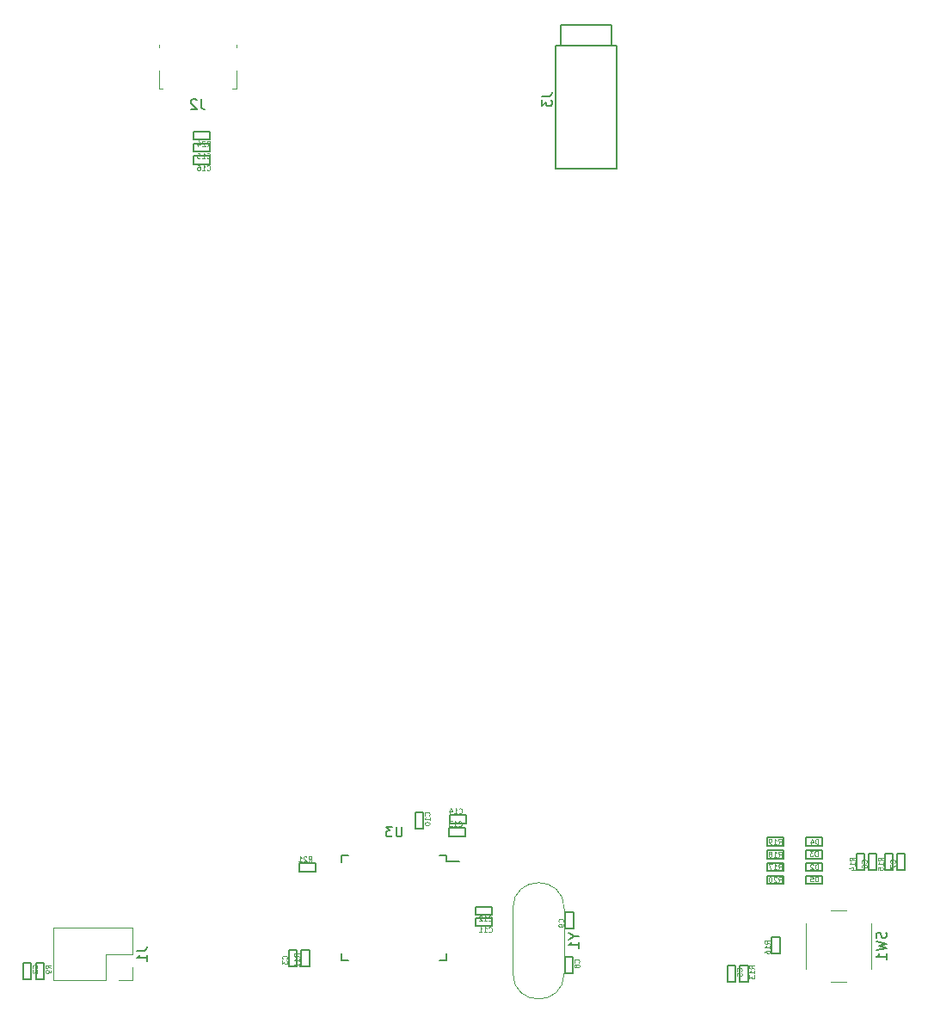
<source format=gbr>
G04 #@! TF.GenerationSoftware,KiCad,Pcbnew,(5.0.2)-1*
G04 #@! TF.CreationDate,2020-04-01T00:19:12+09:00*
G04 #@! TF.ProjectId,eckeyboard,65636b65-7962-46f6-9172-642e6b696361,rev?*
G04 #@! TF.SameCoordinates,Original*
G04 #@! TF.FileFunction,Legend,Bot*
G04 #@! TF.FilePolarity,Positive*
%FSLAX46Y46*%
G04 Gerber Fmt 4.6, Leading zero omitted, Abs format (unit mm)*
G04 Created by KiCad (PCBNEW (5.0.2)-1) date 2020/04/01 0:19:12*
%MOMM*%
%LPD*%
G01*
G04 APERTURE LIST*
%ADD10C,0.150000*%
%ADD11C,0.120000*%
%ADD12C,0.075000*%
G04 APERTURE END LIST*
D10*
G04 #@! TO.C,C11*
X124850000Y-127615207D02*
X124850000Y-126815207D01*
X126450000Y-127615207D02*
X124850000Y-127615207D01*
X126450000Y-126815207D02*
X126450000Y-127615207D01*
X124850000Y-126815207D02*
X126450000Y-126815207D01*
G04 #@! TO.C,C2*
X80300000Y-132850000D02*
X80300000Y-131250000D01*
X80300000Y-131250000D02*
X81100000Y-131250000D01*
X81100000Y-131250000D02*
X81100000Y-132850000D01*
X81100000Y-132850000D02*
X80300000Y-132850000D01*
G04 #@! TO.C,C3*
X106500000Y-129958348D02*
X107300000Y-129958348D01*
X106500000Y-131558348D02*
X106500000Y-129958348D01*
X107300000Y-131558348D02*
X106500000Y-131558348D01*
X107300000Y-129958348D02*
X107300000Y-131558348D01*
G04 #@! TO.C,C5*
X149650000Y-133150000D02*
X149650000Y-131550000D01*
X149650000Y-131550000D02*
X150450000Y-131550000D01*
X150450000Y-131550000D02*
X150450000Y-133150000D01*
X150450000Y-133150000D02*
X149650000Y-133150000D01*
G04 #@! TO.C,C6*
X163550000Y-120500000D02*
X164350000Y-120500000D01*
X163550000Y-122100000D02*
X163550000Y-120500000D01*
X164350000Y-122100000D02*
X163550000Y-122100000D01*
X164350000Y-120500000D02*
X164350000Y-122100000D01*
G04 #@! TO.C,C7*
X166350000Y-120500000D02*
X167150000Y-120500000D01*
X166350000Y-122100000D02*
X166350000Y-120500000D01*
X167150000Y-122100000D02*
X166350000Y-122100000D01*
X167150000Y-120500000D02*
X167150000Y-122100000D01*
G04 #@! TO.C,C8*
X133650000Y-132300000D02*
X133650000Y-130700000D01*
X133650000Y-130700000D02*
X134450000Y-130700000D01*
X134450000Y-130700000D02*
X134450000Y-132300000D01*
X134450000Y-132300000D02*
X133650000Y-132300000D01*
G04 #@! TO.C,C9*
X134500000Y-126300000D02*
X134500000Y-127900000D01*
X134500000Y-127900000D02*
X133700000Y-127900000D01*
X133700000Y-127900000D02*
X133700000Y-126300000D01*
X133700000Y-126300000D02*
X134500000Y-126300000D01*
G04 #@! TO.C,C10*
X118915063Y-118065207D02*
X118915063Y-116465207D01*
X118915063Y-116465207D02*
X119715063Y-116465207D01*
X119715063Y-116465207D02*
X119715063Y-118065207D01*
X119715063Y-118065207D02*
X118915063Y-118065207D01*
G04 #@! TO.C,C12*
X124850000Y-125715207D02*
X126450000Y-125715207D01*
X126450000Y-125715207D02*
X126450000Y-126515207D01*
X126450000Y-126515207D02*
X124850000Y-126515207D01*
X124850000Y-126515207D02*
X124850000Y-125715207D01*
G04 #@! TO.C,C13*
X123886416Y-118782178D02*
X122286416Y-118782178D01*
X122286416Y-118782178D02*
X122286416Y-117982178D01*
X122286416Y-117982178D02*
X123886416Y-117982178D01*
X123886416Y-117982178D02*
X123886416Y-118782178D01*
G04 #@! TO.C,C14*
X123901623Y-116717115D02*
X123901623Y-117517115D01*
X122301623Y-116717115D02*
X123901623Y-116717115D01*
X122301623Y-117517115D02*
X122301623Y-116717115D01*
X123901623Y-117517115D02*
X122301623Y-117517115D01*
G04 #@! TO.C,C15*
X97100000Y-50650000D02*
X98700000Y-50650000D01*
X98700000Y-50650000D02*
X98700000Y-51450000D01*
X98700000Y-51450000D02*
X97100000Y-51450000D01*
X97100000Y-51450000D02*
X97100000Y-50650000D01*
G04 #@! TO.C,C16*
X97100000Y-52650000D02*
X97100000Y-51850000D01*
X98700000Y-52650000D02*
X97100000Y-52650000D01*
X98700000Y-51850000D02*
X98700000Y-52650000D01*
X97100000Y-51850000D02*
X98700000Y-51850000D01*
G04 #@! TO.C,D2*
X158963040Y-122228168D02*
X157363040Y-122228168D01*
X157363040Y-122228168D02*
X157363040Y-121428168D01*
X157363040Y-121428168D02*
X158963040Y-121428168D01*
X158963040Y-121428168D02*
X158963040Y-122228168D01*
G04 #@! TO.C,D3*
X158963040Y-120978168D02*
X157363040Y-120978168D01*
X157363040Y-120978168D02*
X157363040Y-120178168D01*
X157363040Y-120178168D02*
X158963040Y-120178168D01*
X158963040Y-120178168D02*
X158963040Y-120978168D01*
G04 #@! TO.C,D4*
X158963040Y-118928168D02*
X158963040Y-119728168D01*
X157363040Y-118928168D02*
X158963040Y-118928168D01*
X157363040Y-119728168D02*
X157363040Y-118928168D01*
X158963040Y-119728168D02*
X157363040Y-119728168D01*
G04 #@! TO.C,D5*
X158963040Y-122678168D02*
X158963040Y-123478168D01*
X157363040Y-122678168D02*
X158963040Y-122678168D01*
X157363040Y-123478168D02*
X157363040Y-122678168D01*
X158963040Y-123478168D02*
X157363040Y-123478168D01*
D11*
G04 #@! TO.C,J1*
X83340000Y-132980000D02*
X83340000Y-127780000D01*
X88480000Y-132980000D02*
X83340000Y-132980000D01*
X91080000Y-127780000D02*
X83340000Y-127780000D01*
X88480000Y-132980000D02*
X88480000Y-130380000D01*
X88480000Y-130380000D02*
X91080000Y-130380000D01*
X91080000Y-130380000D02*
X91080000Y-127780000D01*
X89750000Y-132980000D02*
X91080000Y-132980000D01*
X91080000Y-132980000D02*
X91080000Y-131650000D01*
G04 #@! TO.C,J2*
X101310000Y-45210000D02*
X100930000Y-45210000D01*
X101310000Y-41160000D02*
X101310000Y-40900000D01*
X101310000Y-45210000D02*
X101310000Y-43440000D01*
X93690000Y-45210000D02*
X94070000Y-45210000D01*
X93690000Y-43440000D02*
X93690000Y-45210000D01*
X93690000Y-40900000D02*
X93690000Y-41160000D01*
G04 #@! TO.C,SW1*
X157350000Y-131850000D02*
X157350000Y-127350000D01*
X161350000Y-133100000D02*
X159850000Y-133100000D01*
X163850000Y-127350000D02*
X163850000Y-131850000D01*
X159850000Y-126100000D02*
X161350000Y-126100000D01*
D10*
G04 #@! TO.C,U3*
X122025000Y-120675000D02*
X122025000Y-121250000D01*
X111675000Y-120675000D02*
X111675000Y-121350000D01*
X111675000Y-131025000D02*
X111675000Y-130350000D01*
X122025000Y-131025000D02*
X122025000Y-130350000D01*
X122025000Y-120675000D02*
X121350000Y-120675000D01*
X122025000Y-131025000D02*
X121350000Y-131025000D01*
X111675000Y-131025000D02*
X112350000Y-131025000D01*
X111675000Y-120675000D02*
X112350000Y-120675000D01*
X122025000Y-121250000D02*
X123300000Y-121250000D01*
D11*
G04 #@! TO.C,Y1*
X133590207Y-132284937D02*
X133590207Y-125884937D01*
X128540207Y-132284937D02*
X128540207Y-125884937D01*
X128540207Y-132284937D02*
G75*
G03X133590207Y-132284937I2525000J0D01*
G01*
X128540207Y-125884937D02*
G75*
G02X133590207Y-125884937I2525000J0D01*
G01*
D10*
G04 #@! TO.C,J3*
X138250000Y-41000000D02*
X138250000Y-39000000D01*
X138250000Y-39000000D02*
X133250000Y-39000000D01*
X133250000Y-39000000D02*
X133250000Y-41000000D01*
X138750000Y-53100000D02*
X138750000Y-41000000D01*
X138750000Y-41000000D02*
X132750000Y-41000000D01*
X132750000Y-41000000D02*
X132750000Y-53100000D01*
X132750000Y-53100000D02*
X138750000Y-53100000D01*
G04 #@! TO.C,R17*
X153563040Y-122228168D02*
X153563040Y-121428168D01*
X155163040Y-122228168D02*
X153563040Y-122228168D01*
X155163040Y-121428168D02*
X155163040Y-122228168D01*
X153563040Y-121428168D02*
X155163040Y-121428168D01*
G04 #@! TO.C,R18*
X153563040Y-120178168D02*
X155163040Y-120178168D01*
X155163040Y-120178168D02*
X155163040Y-120978168D01*
X155163040Y-120978168D02*
X153563040Y-120978168D01*
X153563040Y-120978168D02*
X153563040Y-120178168D01*
G04 #@! TO.C,R19*
X153563040Y-118928168D02*
X155163040Y-118928168D01*
X155163040Y-118928168D02*
X155163040Y-119728168D01*
X155163040Y-119728168D02*
X153563040Y-119728168D01*
X153563040Y-119728168D02*
X153563040Y-118928168D01*
G04 #@! TO.C,R20*
X153563040Y-123478168D02*
X153563040Y-122678168D01*
X155163040Y-123478168D02*
X153563040Y-123478168D01*
X155163040Y-122678168D02*
X155163040Y-123478168D01*
X153563040Y-122678168D02*
X155163040Y-122678168D01*
G04 #@! TO.C,R9*
X81600000Y-132850000D02*
X81600000Y-131250000D01*
X81600000Y-131250000D02*
X82400000Y-131250000D01*
X82400000Y-131250000D02*
X82400000Y-132850000D01*
X82400000Y-132850000D02*
X81600000Y-132850000D01*
G04 #@! TO.C,R11*
X107700000Y-129958348D02*
X108500000Y-129958348D01*
X107700000Y-131558348D02*
X107700000Y-129958348D01*
X108500000Y-131558348D02*
X107700000Y-131558348D01*
X108500000Y-129958348D02*
X108500000Y-131558348D01*
G04 #@! TO.C,R13*
X151700000Y-133150000D02*
X150900000Y-133150000D01*
X151700000Y-131550000D02*
X151700000Y-133150000D01*
X150900000Y-131550000D02*
X151700000Y-131550000D01*
X150900000Y-133150000D02*
X150900000Y-131550000D01*
G04 #@! TO.C,R14*
X163150000Y-120500000D02*
X163150000Y-122100000D01*
X163150000Y-122100000D02*
X162350000Y-122100000D01*
X162350000Y-122100000D02*
X162350000Y-120500000D01*
X162350000Y-120500000D02*
X163150000Y-120500000D01*
G04 #@! TO.C,R15*
X165150000Y-120500000D02*
X165950000Y-120500000D01*
X165150000Y-122100000D02*
X165150000Y-120500000D01*
X165950000Y-122100000D02*
X165150000Y-122100000D01*
X165950000Y-120500000D02*
X165950000Y-122100000D01*
G04 #@! TO.C,R16*
X154800000Y-128700000D02*
X154800000Y-130300000D01*
X154800000Y-130300000D02*
X154000000Y-130300000D01*
X154000000Y-130300000D02*
X154000000Y-128700000D01*
X154000000Y-128700000D02*
X154800000Y-128700000D01*
G04 #@! TO.C,R21*
X109100000Y-121450000D02*
X109100000Y-122250000D01*
X107500000Y-121450000D02*
X109100000Y-121450000D01*
X107500000Y-122250000D02*
X107500000Y-121450000D01*
X109100000Y-122250000D02*
X107500000Y-122250000D01*
G04 #@! TO.C,R24*
X97100000Y-50250000D02*
X97100000Y-49450000D01*
X98700000Y-50250000D02*
X97100000Y-50250000D01*
X98700000Y-49450000D02*
X98700000Y-50250000D01*
X97100000Y-49450000D02*
X98700000Y-49450000D01*
G04 #@! TO.C,C11*
D12*
X126171428Y-128193778D02*
X126195238Y-128217587D01*
X126266666Y-128241397D01*
X126314285Y-128241397D01*
X126385714Y-128217587D01*
X126433333Y-128169968D01*
X126457142Y-128122349D01*
X126480952Y-128027111D01*
X126480952Y-127955683D01*
X126457142Y-127860445D01*
X126433333Y-127812826D01*
X126385714Y-127765207D01*
X126314285Y-127741397D01*
X126266666Y-127741397D01*
X126195238Y-127765207D01*
X126171428Y-127789016D01*
X125695238Y-128241397D02*
X125980952Y-128241397D01*
X125838095Y-128241397D02*
X125838095Y-127741397D01*
X125885714Y-127812826D01*
X125933333Y-127860445D01*
X125980952Y-127884254D01*
X125219047Y-128241397D02*
X125504761Y-128241397D01*
X125361904Y-128241397D02*
X125361904Y-127741397D01*
X125409523Y-127812826D01*
X125457142Y-127860445D01*
X125504761Y-127884254D01*
G04 #@! TO.C,C2*
X81678571Y-131766666D02*
X81702380Y-131742857D01*
X81726190Y-131671428D01*
X81726190Y-131623809D01*
X81702380Y-131552380D01*
X81654761Y-131504761D01*
X81607142Y-131480952D01*
X81511904Y-131457142D01*
X81440476Y-131457142D01*
X81345238Y-131480952D01*
X81297619Y-131504761D01*
X81250000Y-131552380D01*
X81226190Y-131623809D01*
X81226190Y-131671428D01*
X81250000Y-131742857D01*
X81273809Y-131766666D01*
X81273809Y-131957142D02*
X81250000Y-131980952D01*
X81226190Y-132028571D01*
X81226190Y-132147619D01*
X81250000Y-132195238D01*
X81273809Y-132219047D01*
X81321428Y-132242857D01*
X81369047Y-132242857D01*
X81440476Y-132219047D01*
X81726190Y-131933333D01*
X81726190Y-132242857D01*
G04 #@! TO.C,C3*
X106278571Y-130875014D02*
X106302380Y-130851205D01*
X106326190Y-130779776D01*
X106326190Y-130732157D01*
X106302380Y-130660728D01*
X106254761Y-130613109D01*
X106207142Y-130589300D01*
X106111904Y-130565490D01*
X106040476Y-130565490D01*
X105945238Y-130589300D01*
X105897619Y-130613109D01*
X105850000Y-130660728D01*
X105826190Y-130732157D01*
X105826190Y-130779776D01*
X105850000Y-130851205D01*
X105873809Y-130875014D01*
X105826190Y-131041681D02*
X105826190Y-131351205D01*
X106016666Y-131184538D01*
X106016666Y-131255967D01*
X106040476Y-131303586D01*
X106064285Y-131327395D01*
X106111904Y-131351205D01*
X106230952Y-131351205D01*
X106278571Y-131327395D01*
X106302380Y-131303586D01*
X106326190Y-131255967D01*
X106326190Y-131113109D01*
X106302380Y-131065490D01*
X106278571Y-131041681D01*
G04 #@! TO.C,C5*
X151028571Y-132066666D02*
X151052380Y-132042857D01*
X151076190Y-131971428D01*
X151076190Y-131923809D01*
X151052380Y-131852380D01*
X151004761Y-131804761D01*
X150957142Y-131780952D01*
X150861904Y-131757142D01*
X150790476Y-131757142D01*
X150695238Y-131780952D01*
X150647619Y-131804761D01*
X150600000Y-131852380D01*
X150576190Y-131923809D01*
X150576190Y-131971428D01*
X150600000Y-132042857D01*
X150623809Y-132066666D01*
X150576190Y-132519047D02*
X150576190Y-132280952D01*
X150814285Y-132257142D01*
X150790476Y-132280952D01*
X150766666Y-132328571D01*
X150766666Y-132447619D01*
X150790476Y-132495238D01*
X150814285Y-132519047D01*
X150861904Y-132542857D01*
X150980952Y-132542857D01*
X151028571Y-132519047D01*
X151052380Y-132495238D01*
X151076190Y-132447619D01*
X151076190Y-132328571D01*
X151052380Y-132280952D01*
X151028571Y-132257142D01*
G04 #@! TO.C,C6*
X163328571Y-121416666D02*
X163352380Y-121392857D01*
X163376190Y-121321428D01*
X163376190Y-121273809D01*
X163352380Y-121202380D01*
X163304761Y-121154761D01*
X163257142Y-121130952D01*
X163161904Y-121107142D01*
X163090476Y-121107142D01*
X162995238Y-121130952D01*
X162947619Y-121154761D01*
X162900000Y-121202380D01*
X162876190Y-121273809D01*
X162876190Y-121321428D01*
X162900000Y-121392857D01*
X162923809Y-121416666D01*
X162876190Y-121845238D02*
X162876190Y-121750000D01*
X162900000Y-121702380D01*
X162923809Y-121678571D01*
X162995238Y-121630952D01*
X163090476Y-121607142D01*
X163280952Y-121607142D01*
X163328571Y-121630952D01*
X163352380Y-121654761D01*
X163376190Y-121702380D01*
X163376190Y-121797619D01*
X163352380Y-121845238D01*
X163328571Y-121869047D01*
X163280952Y-121892857D01*
X163161904Y-121892857D01*
X163114285Y-121869047D01*
X163090476Y-121845238D01*
X163066666Y-121797619D01*
X163066666Y-121702380D01*
X163090476Y-121654761D01*
X163114285Y-121630952D01*
X163161904Y-121607142D01*
G04 #@! TO.C,C7*
X166128571Y-121416666D02*
X166152380Y-121392857D01*
X166176190Y-121321428D01*
X166176190Y-121273809D01*
X166152380Y-121202380D01*
X166104761Y-121154761D01*
X166057142Y-121130952D01*
X165961904Y-121107142D01*
X165890476Y-121107142D01*
X165795238Y-121130952D01*
X165747619Y-121154761D01*
X165700000Y-121202380D01*
X165676190Y-121273809D01*
X165676190Y-121321428D01*
X165700000Y-121392857D01*
X165723809Y-121416666D01*
X165676190Y-121583333D02*
X165676190Y-121916666D01*
X166176190Y-121702380D01*
G04 #@! TO.C,C8*
X135028571Y-131216666D02*
X135052380Y-131192857D01*
X135076190Y-131121428D01*
X135076190Y-131073809D01*
X135052380Y-131002380D01*
X135004761Y-130954761D01*
X134957142Y-130930952D01*
X134861904Y-130907142D01*
X134790476Y-130907142D01*
X134695238Y-130930952D01*
X134647619Y-130954761D01*
X134600000Y-131002380D01*
X134576190Y-131073809D01*
X134576190Y-131121428D01*
X134600000Y-131192857D01*
X134623809Y-131216666D01*
X134790476Y-131502380D02*
X134766666Y-131454761D01*
X134742857Y-131430952D01*
X134695238Y-131407142D01*
X134671428Y-131407142D01*
X134623809Y-131430952D01*
X134600000Y-131454761D01*
X134576190Y-131502380D01*
X134576190Y-131597619D01*
X134600000Y-131645238D01*
X134623809Y-131669047D01*
X134671428Y-131692857D01*
X134695238Y-131692857D01*
X134742857Y-131669047D01*
X134766666Y-131645238D01*
X134790476Y-131597619D01*
X134790476Y-131502380D01*
X134814285Y-131454761D01*
X134838095Y-131430952D01*
X134885714Y-131407142D01*
X134980952Y-131407142D01*
X135028571Y-131430952D01*
X135052380Y-131454761D01*
X135076190Y-131502380D01*
X135076190Y-131597619D01*
X135052380Y-131645238D01*
X135028571Y-131669047D01*
X134980952Y-131692857D01*
X134885714Y-131692857D01*
X134838095Y-131669047D01*
X134814285Y-131645238D01*
X134790476Y-131597619D01*
G04 #@! TO.C,C9*
X133478571Y-127216666D02*
X133502380Y-127192857D01*
X133526190Y-127121428D01*
X133526190Y-127073809D01*
X133502380Y-127002380D01*
X133454761Y-126954761D01*
X133407142Y-126930952D01*
X133311904Y-126907142D01*
X133240476Y-126907142D01*
X133145238Y-126930952D01*
X133097619Y-126954761D01*
X133050000Y-127002380D01*
X133026190Y-127073809D01*
X133026190Y-127121428D01*
X133050000Y-127192857D01*
X133073809Y-127216666D01*
X133526190Y-127454761D02*
X133526190Y-127550000D01*
X133502380Y-127597619D01*
X133478571Y-127621428D01*
X133407142Y-127669047D01*
X133311904Y-127692857D01*
X133121428Y-127692857D01*
X133073809Y-127669047D01*
X133050000Y-127645238D01*
X133026190Y-127597619D01*
X133026190Y-127502380D01*
X133050000Y-127454761D01*
X133073809Y-127430952D01*
X133121428Y-127407142D01*
X133240476Y-127407142D01*
X133288095Y-127430952D01*
X133311904Y-127454761D01*
X133335714Y-127502380D01*
X133335714Y-127597619D01*
X133311904Y-127645238D01*
X133288095Y-127669047D01*
X133240476Y-127692857D01*
G04 #@! TO.C,C10*
X120293634Y-116743778D02*
X120317443Y-116719968D01*
X120341253Y-116648540D01*
X120341253Y-116600921D01*
X120317443Y-116529492D01*
X120269824Y-116481873D01*
X120222205Y-116458064D01*
X120126967Y-116434254D01*
X120055539Y-116434254D01*
X119960301Y-116458064D01*
X119912682Y-116481873D01*
X119865063Y-116529492D01*
X119841253Y-116600921D01*
X119841253Y-116648540D01*
X119865063Y-116719968D01*
X119888872Y-116743778D01*
X120341253Y-117219968D02*
X120341253Y-116934254D01*
X120341253Y-117077111D02*
X119841253Y-117077111D01*
X119912682Y-117029492D01*
X119960301Y-116981873D01*
X119984110Y-116934254D01*
X119841253Y-117529492D02*
X119841253Y-117577111D01*
X119865063Y-117624730D01*
X119888872Y-117648540D01*
X119936491Y-117672349D01*
X120031729Y-117696159D01*
X120150777Y-117696159D01*
X120246015Y-117672349D01*
X120293634Y-117648540D01*
X120317443Y-117624730D01*
X120341253Y-117577111D01*
X120341253Y-117529492D01*
X120317443Y-117481873D01*
X120293634Y-117458064D01*
X120246015Y-117434254D01*
X120150777Y-117410445D01*
X120031729Y-117410445D01*
X119936491Y-117434254D01*
X119888872Y-117458064D01*
X119865063Y-117481873D01*
X119841253Y-117529492D01*
G04 #@! TO.C,C12*
X126171428Y-127093778D02*
X126195238Y-127117587D01*
X126266666Y-127141397D01*
X126314285Y-127141397D01*
X126385714Y-127117587D01*
X126433333Y-127069968D01*
X126457142Y-127022349D01*
X126480952Y-126927111D01*
X126480952Y-126855683D01*
X126457142Y-126760445D01*
X126433333Y-126712826D01*
X126385714Y-126665207D01*
X126314285Y-126641397D01*
X126266666Y-126641397D01*
X126195238Y-126665207D01*
X126171428Y-126689016D01*
X125695238Y-127141397D02*
X125980952Y-127141397D01*
X125838095Y-127141397D02*
X125838095Y-126641397D01*
X125885714Y-126712826D01*
X125933333Y-126760445D01*
X125980952Y-126784254D01*
X125504761Y-126689016D02*
X125480952Y-126665207D01*
X125433333Y-126641397D01*
X125314285Y-126641397D01*
X125266666Y-126665207D01*
X125242857Y-126689016D01*
X125219047Y-126736635D01*
X125219047Y-126784254D01*
X125242857Y-126855683D01*
X125528571Y-127141397D01*
X125219047Y-127141397D01*
G04 #@! TO.C,C13*
X123207844Y-117760749D02*
X123231654Y-117784558D01*
X123303082Y-117808368D01*
X123350701Y-117808368D01*
X123422130Y-117784558D01*
X123469749Y-117736939D01*
X123493558Y-117689320D01*
X123517368Y-117594082D01*
X123517368Y-117522654D01*
X123493558Y-117427416D01*
X123469749Y-117379797D01*
X123422130Y-117332178D01*
X123350701Y-117308368D01*
X123303082Y-117308368D01*
X123231654Y-117332178D01*
X123207844Y-117355987D01*
X122731654Y-117808368D02*
X123017368Y-117808368D01*
X122874511Y-117808368D02*
X122874511Y-117308368D01*
X122922130Y-117379797D01*
X122969749Y-117427416D01*
X123017368Y-117451225D01*
X122564987Y-117308368D02*
X122255463Y-117308368D01*
X122422130Y-117498844D01*
X122350701Y-117498844D01*
X122303082Y-117522654D01*
X122279273Y-117546463D01*
X122255463Y-117594082D01*
X122255463Y-117713130D01*
X122279273Y-117760749D01*
X122303082Y-117784558D01*
X122350701Y-117808368D01*
X122493558Y-117808368D01*
X122541177Y-117784558D01*
X122564987Y-117760749D01*
G04 #@! TO.C,C14*
X123223051Y-116495686D02*
X123246861Y-116519495D01*
X123318289Y-116543305D01*
X123365908Y-116543305D01*
X123437337Y-116519495D01*
X123484956Y-116471876D01*
X123508765Y-116424257D01*
X123532575Y-116329019D01*
X123532575Y-116257591D01*
X123508765Y-116162353D01*
X123484956Y-116114734D01*
X123437337Y-116067115D01*
X123365908Y-116043305D01*
X123318289Y-116043305D01*
X123246861Y-116067115D01*
X123223051Y-116090924D01*
X122746861Y-116543305D02*
X123032575Y-116543305D01*
X122889718Y-116543305D02*
X122889718Y-116043305D01*
X122937337Y-116114734D01*
X122984956Y-116162353D01*
X123032575Y-116186162D01*
X122318289Y-116209972D02*
X122318289Y-116543305D01*
X122437337Y-116019495D02*
X122556384Y-116376638D01*
X122246861Y-116376638D01*
G04 #@! TO.C,C15*
X98421428Y-52028571D02*
X98445238Y-52052380D01*
X98516666Y-52076190D01*
X98564285Y-52076190D01*
X98635714Y-52052380D01*
X98683333Y-52004761D01*
X98707142Y-51957142D01*
X98730952Y-51861904D01*
X98730952Y-51790476D01*
X98707142Y-51695238D01*
X98683333Y-51647619D01*
X98635714Y-51600000D01*
X98564285Y-51576190D01*
X98516666Y-51576190D01*
X98445238Y-51600000D01*
X98421428Y-51623809D01*
X97945238Y-52076190D02*
X98230952Y-52076190D01*
X98088095Y-52076190D02*
X98088095Y-51576190D01*
X98135714Y-51647619D01*
X98183333Y-51695238D01*
X98230952Y-51719047D01*
X97492857Y-51576190D02*
X97730952Y-51576190D01*
X97754761Y-51814285D01*
X97730952Y-51790476D01*
X97683333Y-51766666D01*
X97564285Y-51766666D01*
X97516666Y-51790476D01*
X97492857Y-51814285D01*
X97469047Y-51861904D01*
X97469047Y-51980952D01*
X97492857Y-52028571D01*
X97516666Y-52052380D01*
X97564285Y-52076190D01*
X97683333Y-52076190D01*
X97730952Y-52052380D01*
X97754761Y-52028571D01*
G04 #@! TO.C,C16*
X98421428Y-53228571D02*
X98445238Y-53252380D01*
X98516666Y-53276190D01*
X98564285Y-53276190D01*
X98635714Y-53252380D01*
X98683333Y-53204761D01*
X98707142Y-53157142D01*
X98730952Y-53061904D01*
X98730952Y-52990476D01*
X98707142Y-52895238D01*
X98683333Y-52847619D01*
X98635714Y-52800000D01*
X98564285Y-52776190D01*
X98516666Y-52776190D01*
X98445238Y-52800000D01*
X98421428Y-52823809D01*
X97945238Y-53276190D02*
X98230952Y-53276190D01*
X98088095Y-53276190D02*
X98088095Y-52776190D01*
X98135714Y-52847619D01*
X98183333Y-52895238D01*
X98230952Y-52919047D01*
X97516666Y-52776190D02*
X97611904Y-52776190D01*
X97659523Y-52800000D01*
X97683333Y-52823809D01*
X97730952Y-52895238D01*
X97754761Y-52990476D01*
X97754761Y-53180952D01*
X97730952Y-53228571D01*
X97707142Y-53252380D01*
X97659523Y-53276190D01*
X97564285Y-53276190D01*
X97516666Y-53252380D01*
X97492857Y-53228571D01*
X97469047Y-53180952D01*
X97469047Y-53061904D01*
X97492857Y-53014285D01*
X97516666Y-52990476D01*
X97564285Y-52966666D01*
X97659523Y-52966666D01*
X97707142Y-52990476D01*
X97730952Y-53014285D01*
X97754761Y-53061904D01*
G04 #@! TO.C,D2*
X158582087Y-122054358D02*
X158582087Y-121554358D01*
X158463040Y-121554358D01*
X158391611Y-121578168D01*
X158343992Y-121625787D01*
X158320182Y-121673406D01*
X158296373Y-121768644D01*
X158296373Y-121840072D01*
X158320182Y-121935310D01*
X158343992Y-121982929D01*
X158391611Y-122030548D01*
X158463040Y-122054358D01*
X158582087Y-122054358D01*
X158105897Y-121601977D02*
X158082087Y-121578168D01*
X158034468Y-121554358D01*
X157915420Y-121554358D01*
X157867801Y-121578168D01*
X157843992Y-121601977D01*
X157820182Y-121649596D01*
X157820182Y-121697215D01*
X157843992Y-121768644D01*
X158129706Y-122054358D01*
X157820182Y-122054358D01*
G04 #@! TO.C,D3*
X158532087Y-120754358D02*
X158532087Y-120254358D01*
X158413040Y-120254358D01*
X158341611Y-120278168D01*
X158293992Y-120325787D01*
X158270182Y-120373406D01*
X158246373Y-120468644D01*
X158246373Y-120540072D01*
X158270182Y-120635310D01*
X158293992Y-120682929D01*
X158341611Y-120730548D01*
X158413040Y-120754358D01*
X158532087Y-120754358D01*
X158079706Y-120254358D02*
X157770182Y-120254358D01*
X157936849Y-120444834D01*
X157865420Y-120444834D01*
X157817801Y-120468644D01*
X157793992Y-120492453D01*
X157770182Y-120540072D01*
X157770182Y-120659120D01*
X157793992Y-120706739D01*
X157817801Y-120730548D01*
X157865420Y-120754358D01*
X158008278Y-120754358D01*
X158055897Y-120730548D01*
X158079706Y-120706739D01*
G04 #@! TO.C,D4*
X158582087Y-119554358D02*
X158582087Y-119054358D01*
X158463040Y-119054358D01*
X158391611Y-119078168D01*
X158343992Y-119125787D01*
X158320182Y-119173406D01*
X158296373Y-119268644D01*
X158296373Y-119340072D01*
X158320182Y-119435310D01*
X158343992Y-119482929D01*
X158391611Y-119530548D01*
X158463040Y-119554358D01*
X158582087Y-119554358D01*
X157867801Y-119221025D02*
X157867801Y-119554358D01*
X157986849Y-119030548D02*
X158105897Y-119387691D01*
X157796373Y-119387691D01*
G04 #@! TO.C,D5*
X158582087Y-123254358D02*
X158582087Y-122754358D01*
X158463040Y-122754358D01*
X158391611Y-122778168D01*
X158343992Y-122825787D01*
X158320182Y-122873406D01*
X158296373Y-122968644D01*
X158296373Y-123040072D01*
X158320182Y-123135310D01*
X158343992Y-123182929D01*
X158391611Y-123230548D01*
X158463040Y-123254358D01*
X158582087Y-123254358D01*
X157843992Y-122754358D02*
X158082087Y-122754358D01*
X158105897Y-122992453D01*
X158082087Y-122968644D01*
X158034468Y-122944834D01*
X157915420Y-122944834D01*
X157867801Y-122968644D01*
X157843992Y-122992453D01*
X157820182Y-123040072D01*
X157820182Y-123159120D01*
X157843992Y-123206739D01*
X157867801Y-123230548D01*
X157915420Y-123254358D01*
X158034468Y-123254358D01*
X158082087Y-123230548D01*
X158105897Y-123206739D01*
G04 #@! TO.C,J1*
D10*
X91532380Y-130046666D02*
X92246666Y-130046666D01*
X92389523Y-129999047D01*
X92484761Y-129903809D01*
X92532380Y-129760952D01*
X92532380Y-129665714D01*
X92532380Y-131046666D02*
X92532380Y-130475238D01*
X92532380Y-130760952D02*
X91532380Y-130760952D01*
X91675238Y-130665714D01*
X91770476Y-130570476D01*
X91818095Y-130475238D01*
G04 #@! TO.C,J2*
X97833333Y-46252380D02*
X97833333Y-46966666D01*
X97880952Y-47109523D01*
X97976190Y-47204761D01*
X98119047Y-47252380D01*
X98214285Y-47252380D01*
X97404761Y-46347619D02*
X97357142Y-46300000D01*
X97261904Y-46252380D01*
X97023809Y-46252380D01*
X96928571Y-46300000D01*
X96880952Y-46347619D01*
X96833333Y-46442857D01*
X96833333Y-46538095D01*
X96880952Y-46680952D01*
X97452380Y-47252380D01*
X96833333Y-47252380D01*
G04 #@! TO.C,SW1*
X165254761Y-128266666D02*
X165302380Y-128409523D01*
X165302380Y-128647619D01*
X165254761Y-128742857D01*
X165207142Y-128790476D01*
X165111904Y-128838095D01*
X165016666Y-128838095D01*
X164921428Y-128790476D01*
X164873809Y-128742857D01*
X164826190Y-128647619D01*
X164778571Y-128457142D01*
X164730952Y-128361904D01*
X164683333Y-128314285D01*
X164588095Y-128266666D01*
X164492857Y-128266666D01*
X164397619Y-128314285D01*
X164350000Y-128361904D01*
X164302380Y-128457142D01*
X164302380Y-128695238D01*
X164350000Y-128838095D01*
X164302380Y-129171428D02*
X165302380Y-129409523D01*
X164588095Y-129600000D01*
X165302380Y-129790476D01*
X164302380Y-130028571D01*
X165302380Y-130933333D02*
X165302380Y-130361904D01*
X165302380Y-130647619D02*
X164302380Y-130647619D01*
X164445238Y-130552380D01*
X164540476Y-130457142D01*
X164588095Y-130361904D01*
G04 #@! TO.C,U3*
X117611904Y-117852380D02*
X117611904Y-118661904D01*
X117564285Y-118757142D01*
X117516666Y-118804761D01*
X117421428Y-118852380D01*
X117230952Y-118852380D01*
X117135714Y-118804761D01*
X117088095Y-118757142D01*
X117040476Y-118661904D01*
X117040476Y-117852380D01*
X116659523Y-117852380D02*
X116040476Y-117852380D01*
X116373809Y-118233333D01*
X116230952Y-118233333D01*
X116135714Y-118280952D01*
X116088095Y-118328571D01*
X116040476Y-118423809D01*
X116040476Y-118661904D01*
X116088095Y-118757142D01*
X116135714Y-118804761D01*
X116230952Y-118852380D01*
X116516666Y-118852380D01*
X116611904Y-118804761D01*
X116659523Y-118757142D01*
G04 #@! TO.C,Y1*
X134566397Y-128608746D02*
X135042587Y-128608746D01*
X134042587Y-128275413D02*
X134566397Y-128608746D01*
X134042587Y-128942079D01*
X135042587Y-129799222D02*
X135042587Y-129227794D01*
X135042587Y-129513508D02*
X134042587Y-129513508D01*
X134185445Y-129418270D01*
X134280683Y-129323032D01*
X134328302Y-129227794D01*
G04 #@! TO.C,J3*
X131402380Y-45966666D02*
X132116666Y-45966666D01*
X132259523Y-45919047D01*
X132354761Y-45823809D01*
X132402380Y-45680952D01*
X132402380Y-45585714D01*
X131402380Y-46347619D02*
X131402380Y-46966666D01*
X131783333Y-46633333D01*
X131783333Y-46776190D01*
X131830952Y-46871428D01*
X131878571Y-46919047D01*
X131973809Y-46966666D01*
X132211904Y-46966666D01*
X132307142Y-46919047D01*
X132354761Y-46871428D01*
X132402380Y-46776190D01*
X132402380Y-46490476D01*
X132354761Y-46395238D01*
X132307142Y-46347619D01*
G04 #@! TO.C,R17*
D12*
X154684468Y-122054358D02*
X154851135Y-121816263D01*
X154970182Y-122054358D02*
X154970182Y-121554358D01*
X154779706Y-121554358D01*
X154732087Y-121578168D01*
X154708278Y-121601977D01*
X154684468Y-121649596D01*
X154684468Y-121721025D01*
X154708278Y-121768644D01*
X154732087Y-121792453D01*
X154779706Y-121816263D01*
X154970182Y-121816263D01*
X154208278Y-122054358D02*
X154493992Y-122054358D01*
X154351135Y-122054358D02*
X154351135Y-121554358D01*
X154398754Y-121625787D01*
X154446373Y-121673406D01*
X154493992Y-121697215D01*
X154041611Y-121554358D02*
X153708278Y-121554358D01*
X153922563Y-122054358D01*
G04 #@! TO.C,R18*
X154684468Y-120804358D02*
X154851135Y-120566263D01*
X154970182Y-120804358D02*
X154970182Y-120304358D01*
X154779706Y-120304358D01*
X154732087Y-120328168D01*
X154708278Y-120351977D01*
X154684468Y-120399596D01*
X154684468Y-120471025D01*
X154708278Y-120518644D01*
X154732087Y-120542453D01*
X154779706Y-120566263D01*
X154970182Y-120566263D01*
X154208278Y-120804358D02*
X154493992Y-120804358D01*
X154351135Y-120804358D02*
X154351135Y-120304358D01*
X154398754Y-120375787D01*
X154446373Y-120423406D01*
X154493992Y-120447215D01*
X153922563Y-120518644D02*
X153970182Y-120494834D01*
X153993992Y-120471025D01*
X154017801Y-120423406D01*
X154017801Y-120399596D01*
X153993992Y-120351977D01*
X153970182Y-120328168D01*
X153922563Y-120304358D01*
X153827325Y-120304358D01*
X153779706Y-120328168D01*
X153755897Y-120351977D01*
X153732087Y-120399596D01*
X153732087Y-120423406D01*
X153755897Y-120471025D01*
X153779706Y-120494834D01*
X153827325Y-120518644D01*
X153922563Y-120518644D01*
X153970182Y-120542453D01*
X153993992Y-120566263D01*
X154017801Y-120613882D01*
X154017801Y-120709120D01*
X153993992Y-120756739D01*
X153970182Y-120780548D01*
X153922563Y-120804358D01*
X153827325Y-120804358D01*
X153779706Y-120780548D01*
X153755897Y-120756739D01*
X153732087Y-120709120D01*
X153732087Y-120613882D01*
X153755897Y-120566263D01*
X153779706Y-120542453D01*
X153827325Y-120518644D01*
G04 #@! TO.C,R19*
X154684468Y-119554358D02*
X154851135Y-119316263D01*
X154970182Y-119554358D02*
X154970182Y-119054358D01*
X154779706Y-119054358D01*
X154732087Y-119078168D01*
X154708278Y-119101977D01*
X154684468Y-119149596D01*
X154684468Y-119221025D01*
X154708278Y-119268644D01*
X154732087Y-119292453D01*
X154779706Y-119316263D01*
X154970182Y-119316263D01*
X154208278Y-119554358D02*
X154493992Y-119554358D01*
X154351135Y-119554358D02*
X154351135Y-119054358D01*
X154398754Y-119125787D01*
X154446373Y-119173406D01*
X154493992Y-119197215D01*
X153970182Y-119554358D02*
X153874944Y-119554358D01*
X153827325Y-119530548D01*
X153803516Y-119506739D01*
X153755897Y-119435310D01*
X153732087Y-119340072D01*
X153732087Y-119149596D01*
X153755897Y-119101977D01*
X153779706Y-119078168D01*
X153827325Y-119054358D01*
X153922563Y-119054358D01*
X153970182Y-119078168D01*
X153993992Y-119101977D01*
X154017801Y-119149596D01*
X154017801Y-119268644D01*
X153993992Y-119316263D01*
X153970182Y-119340072D01*
X153922563Y-119363882D01*
X153827325Y-119363882D01*
X153779706Y-119340072D01*
X153755897Y-119316263D01*
X153732087Y-119268644D01*
G04 #@! TO.C,R20*
X154684468Y-123304358D02*
X154851135Y-123066263D01*
X154970182Y-123304358D02*
X154970182Y-122804358D01*
X154779706Y-122804358D01*
X154732087Y-122828168D01*
X154708278Y-122851977D01*
X154684468Y-122899596D01*
X154684468Y-122971025D01*
X154708278Y-123018644D01*
X154732087Y-123042453D01*
X154779706Y-123066263D01*
X154970182Y-123066263D01*
X154493992Y-122851977D02*
X154470182Y-122828168D01*
X154422563Y-122804358D01*
X154303516Y-122804358D01*
X154255897Y-122828168D01*
X154232087Y-122851977D01*
X154208278Y-122899596D01*
X154208278Y-122947215D01*
X154232087Y-123018644D01*
X154517801Y-123304358D01*
X154208278Y-123304358D01*
X153898754Y-122804358D02*
X153851135Y-122804358D01*
X153803516Y-122828168D01*
X153779706Y-122851977D01*
X153755897Y-122899596D01*
X153732087Y-122994834D01*
X153732087Y-123113882D01*
X153755897Y-123209120D01*
X153779706Y-123256739D01*
X153803516Y-123280548D01*
X153851135Y-123304358D01*
X153898754Y-123304358D01*
X153946373Y-123280548D01*
X153970182Y-123256739D01*
X153993992Y-123209120D01*
X154017801Y-123113882D01*
X154017801Y-122994834D01*
X153993992Y-122899596D01*
X153970182Y-122851977D01*
X153946373Y-122828168D01*
X153898754Y-122804358D01*
G04 #@! TO.C,R9*
X83026190Y-131766666D02*
X82788095Y-131600000D01*
X83026190Y-131480952D02*
X82526190Y-131480952D01*
X82526190Y-131671428D01*
X82550000Y-131719047D01*
X82573809Y-131742857D01*
X82621428Y-131766666D01*
X82692857Y-131766666D01*
X82740476Y-131742857D01*
X82764285Y-131719047D01*
X82788095Y-131671428D01*
X82788095Y-131480952D01*
X83026190Y-132004761D02*
X83026190Y-132100000D01*
X83002380Y-132147619D01*
X82978571Y-132171428D01*
X82907142Y-132219047D01*
X82811904Y-132242857D01*
X82621428Y-132242857D01*
X82573809Y-132219047D01*
X82550000Y-132195238D01*
X82526190Y-132147619D01*
X82526190Y-132052380D01*
X82550000Y-132004761D01*
X82573809Y-131980952D01*
X82621428Y-131957142D01*
X82740476Y-131957142D01*
X82788095Y-131980952D01*
X82811904Y-132004761D01*
X82835714Y-132052380D01*
X82835714Y-132147619D01*
X82811904Y-132195238D01*
X82788095Y-132219047D01*
X82740476Y-132242857D01*
G04 #@! TO.C,R11*
X107526190Y-130636919D02*
X107288095Y-130470252D01*
X107526190Y-130351205D02*
X107026190Y-130351205D01*
X107026190Y-130541681D01*
X107050000Y-130589300D01*
X107073809Y-130613109D01*
X107121428Y-130636919D01*
X107192857Y-130636919D01*
X107240476Y-130613109D01*
X107264285Y-130589300D01*
X107288095Y-130541681D01*
X107288095Y-130351205D01*
X107526190Y-131113109D02*
X107526190Y-130827395D01*
X107526190Y-130970252D02*
X107026190Y-130970252D01*
X107097619Y-130922633D01*
X107145238Y-130875014D01*
X107169047Y-130827395D01*
X107526190Y-131589300D02*
X107526190Y-131303586D01*
X107526190Y-131446443D02*
X107026190Y-131446443D01*
X107097619Y-131398824D01*
X107145238Y-131351205D01*
X107169047Y-131303586D01*
G04 #@! TO.C,R13*
X152326190Y-131828571D02*
X152088095Y-131661904D01*
X152326190Y-131542857D02*
X151826190Y-131542857D01*
X151826190Y-131733333D01*
X151850000Y-131780952D01*
X151873809Y-131804761D01*
X151921428Y-131828571D01*
X151992857Y-131828571D01*
X152040476Y-131804761D01*
X152064285Y-131780952D01*
X152088095Y-131733333D01*
X152088095Y-131542857D01*
X152326190Y-132304761D02*
X152326190Y-132019047D01*
X152326190Y-132161904D02*
X151826190Y-132161904D01*
X151897619Y-132114285D01*
X151945238Y-132066666D01*
X151969047Y-132019047D01*
X151826190Y-132471428D02*
X151826190Y-132780952D01*
X152016666Y-132614285D01*
X152016666Y-132685714D01*
X152040476Y-132733333D01*
X152064285Y-132757142D01*
X152111904Y-132780952D01*
X152230952Y-132780952D01*
X152278571Y-132757142D01*
X152302380Y-132733333D01*
X152326190Y-132685714D01*
X152326190Y-132542857D01*
X152302380Y-132495238D01*
X152278571Y-132471428D01*
G04 #@! TO.C,R14*
X162176190Y-121178571D02*
X161938095Y-121011904D01*
X162176190Y-120892857D02*
X161676190Y-120892857D01*
X161676190Y-121083333D01*
X161700000Y-121130952D01*
X161723809Y-121154761D01*
X161771428Y-121178571D01*
X161842857Y-121178571D01*
X161890476Y-121154761D01*
X161914285Y-121130952D01*
X161938095Y-121083333D01*
X161938095Y-120892857D01*
X162176190Y-121654761D02*
X162176190Y-121369047D01*
X162176190Y-121511904D02*
X161676190Y-121511904D01*
X161747619Y-121464285D01*
X161795238Y-121416666D01*
X161819047Y-121369047D01*
X161842857Y-122083333D02*
X162176190Y-122083333D01*
X161652380Y-121964285D02*
X162009523Y-121845238D01*
X162009523Y-122154761D01*
G04 #@! TO.C,R15*
X164976190Y-121178571D02*
X164738095Y-121011904D01*
X164976190Y-120892857D02*
X164476190Y-120892857D01*
X164476190Y-121083333D01*
X164500000Y-121130952D01*
X164523809Y-121154761D01*
X164571428Y-121178571D01*
X164642857Y-121178571D01*
X164690476Y-121154761D01*
X164714285Y-121130952D01*
X164738095Y-121083333D01*
X164738095Y-120892857D01*
X164976190Y-121654761D02*
X164976190Y-121369047D01*
X164976190Y-121511904D02*
X164476190Y-121511904D01*
X164547619Y-121464285D01*
X164595238Y-121416666D01*
X164619047Y-121369047D01*
X164476190Y-122107142D02*
X164476190Y-121869047D01*
X164714285Y-121845238D01*
X164690476Y-121869047D01*
X164666666Y-121916666D01*
X164666666Y-122035714D01*
X164690476Y-122083333D01*
X164714285Y-122107142D01*
X164761904Y-122130952D01*
X164880952Y-122130952D01*
X164928571Y-122107142D01*
X164952380Y-122083333D01*
X164976190Y-122035714D01*
X164976190Y-121916666D01*
X164952380Y-121869047D01*
X164928571Y-121845238D01*
G04 #@! TO.C,R16*
X153826190Y-129378571D02*
X153588095Y-129211904D01*
X153826190Y-129092857D02*
X153326190Y-129092857D01*
X153326190Y-129283333D01*
X153350000Y-129330952D01*
X153373809Y-129354761D01*
X153421428Y-129378571D01*
X153492857Y-129378571D01*
X153540476Y-129354761D01*
X153564285Y-129330952D01*
X153588095Y-129283333D01*
X153588095Y-129092857D01*
X153826190Y-129854761D02*
X153826190Y-129569047D01*
X153826190Y-129711904D02*
X153326190Y-129711904D01*
X153397619Y-129664285D01*
X153445238Y-129616666D01*
X153469047Y-129569047D01*
X153326190Y-130283333D02*
X153326190Y-130188095D01*
X153350000Y-130140476D01*
X153373809Y-130116666D01*
X153445238Y-130069047D01*
X153540476Y-130045238D01*
X153730952Y-130045238D01*
X153778571Y-130069047D01*
X153802380Y-130092857D01*
X153826190Y-130140476D01*
X153826190Y-130235714D01*
X153802380Y-130283333D01*
X153778571Y-130307142D01*
X153730952Y-130330952D01*
X153611904Y-130330952D01*
X153564285Y-130307142D01*
X153540476Y-130283333D01*
X153516666Y-130235714D01*
X153516666Y-130140476D01*
X153540476Y-130092857D01*
X153564285Y-130069047D01*
X153611904Y-130045238D01*
G04 #@! TO.C,R21*
X108421428Y-121276190D02*
X108588095Y-121038095D01*
X108707142Y-121276190D02*
X108707142Y-120776190D01*
X108516666Y-120776190D01*
X108469047Y-120800000D01*
X108445238Y-120823809D01*
X108421428Y-120871428D01*
X108421428Y-120942857D01*
X108445238Y-120990476D01*
X108469047Y-121014285D01*
X108516666Y-121038095D01*
X108707142Y-121038095D01*
X108230952Y-120823809D02*
X108207142Y-120800000D01*
X108159523Y-120776190D01*
X108040476Y-120776190D01*
X107992857Y-120800000D01*
X107969047Y-120823809D01*
X107945238Y-120871428D01*
X107945238Y-120919047D01*
X107969047Y-120990476D01*
X108254761Y-121276190D01*
X107945238Y-121276190D01*
X107469047Y-121276190D02*
X107754761Y-121276190D01*
X107611904Y-121276190D02*
X107611904Y-120776190D01*
X107659523Y-120847619D01*
X107707142Y-120895238D01*
X107754761Y-120919047D01*
G04 #@! TO.C,R24*
X98421428Y-50876190D02*
X98588095Y-50638095D01*
X98707142Y-50876190D02*
X98707142Y-50376190D01*
X98516666Y-50376190D01*
X98469047Y-50400000D01*
X98445238Y-50423809D01*
X98421428Y-50471428D01*
X98421428Y-50542857D01*
X98445238Y-50590476D01*
X98469047Y-50614285D01*
X98516666Y-50638095D01*
X98707142Y-50638095D01*
X98230952Y-50423809D02*
X98207142Y-50400000D01*
X98159523Y-50376190D01*
X98040476Y-50376190D01*
X97992857Y-50400000D01*
X97969047Y-50423809D01*
X97945238Y-50471428D01*
X97945238Y-50519047D01*
X97969047Y-50590476D01*
X98254761Y-50876190D01*
X97945238Y-50876190D01*
X97516666Y-50542857D02*
X97516666Y-50876190D01*
X97635714Y-50352380D02*
X97754761Y-50709523D01*
X97445238Y-50709523D01*
G04 #@! TD*
M02*

</source>
